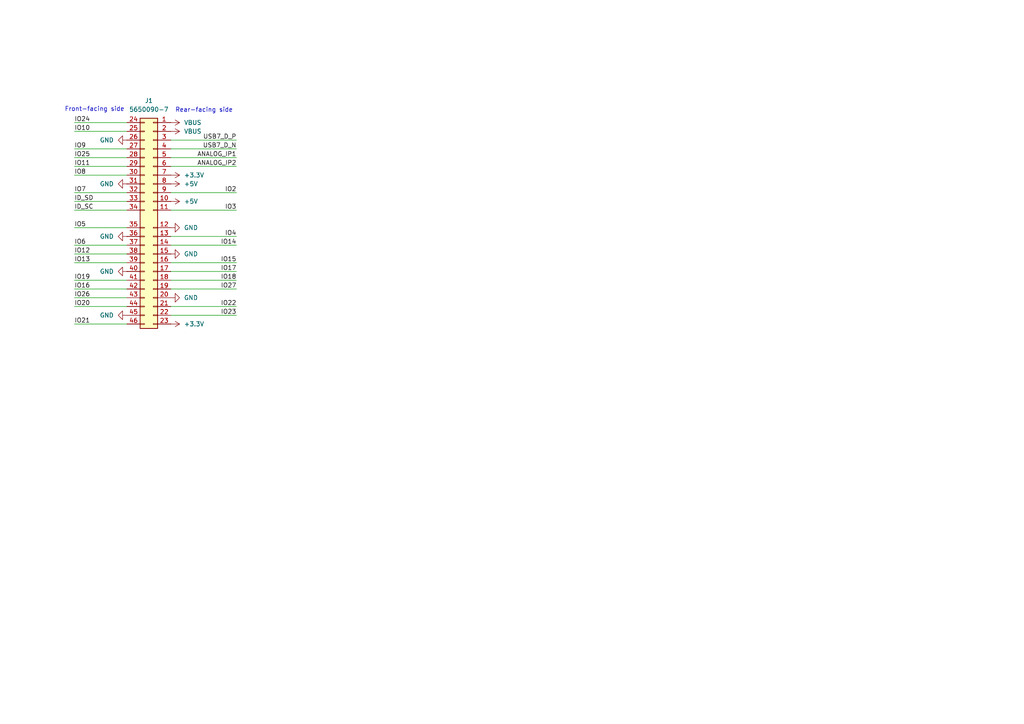
<source format=kicad_sch>
(kicad_sch (version 20231120) (generator "eeschema") (generator_version "8.0")
  (paper "A4")
  (title_block (title "Title goes here") (rev "1") (comment 8 "Author goes here"))
  (lib_symbols
    (symbol "Heber:Conn_02x23_5650090-7_MultiPi_Edge_Conn" (pin_names (offset 1.016) hide)
      (property "Reference" "J" (at 1.27 30.48 0))
      (property "Value" "5650090-7" (at 1.27 -33.02 0))
      (symbol "Conn_02x23_5650090-7_MultiPi_Edge_Conn_1_1"
        (rectangle (start -1.27 -30.353) (end 0 -30.607) (stroke (width 0.1524)))
        (rectangle (start -1.27 -27.813) (end 0 -28.067) (stroke (width 0.1524)))
        (rectangle (start -1.27 -25.273) (end 0 -25.527) (stroke (width 0.1524)))
        (rectangle (start -1.27 -22.733) (end 0 -22.987) (stroke (width 0.1524)))
        (rectangle (start -1.27 -20.193) (end 0 -20.447) (stroke (width 0.1524)))
        (rectangle (start -1.27 -17.653) (end 0 -17.907) (stroke (width 0.1524)))
        (rectangle (start -1.27 -15.113) (end 0 -15.367) (stroke (width 0.1524)))
        (rectangle (start -1.27 -12.573) (end 0 -12.827) (stroke (width 0.1524)))
        (rectangle (start -1.27 -10.033) (end 0 -10.287) (stroke (width 0.1524)))
        (rectangle (start -1.27 -7.493) (end 0 -7.747) (stroke (width 0.1524)))
        (rectangle (start -1.27 -4.953) (end 0 -5.207) (stroke (width 0.1524)))
        (rectangle (start -1.27 -2.413) (end 0 -2.667) (stroke (width 0.1524)))
        (rectangle (start -1.27 2.667) (end 0 2.413) (stroke (width 0.1524)))
        (rectangle (start -1.27 5.207) (end 0 4.953) (stroke (width 0.1524)))
        (rectangle (start -1.27 7.747) (end 0 7.493) (stroke (width 0.1524)))
        (rectangle (start -1.27 10.287) (end 0 10.033) (stroke (width 0.1524)))
        (rectangle (start -1.27 12.827) (end 0 12.573) (stroke (width 0.1524)))
        (rectangle (start -1.27 15.367) (end 0 15.113) (stroke (width 0.1524)))
        (rectangle (start -1.27 17.907) (end 0 17.653) (stroke (width 0.1524)))
        (rectangle (start -1.27 20.447) (end 0 20.193) (stroke (width 0.1524)))
        (rectangle (start -1.27 22.987) (end 0 22.733) (stroke (width 0.1524)))
        (rectangle (start -1.27 25.527) (end 0 25.273) (stroke (width 0.1524)))
        (rectangle (start -1.27 28.067) (end 0 27.813) (stroke (width 0.1524)))
        (rectangle (start -1.27 29.21) (end 3.81 -31.75) (stroke (width 0.254)) (fill (type background)))
        (rectangle (start 3.81 -30.353) (end 2.54 -30.607) (stroke (width 0.1524)))
        (rectangle (start 3.81 -27.813) (end 2.54 -28.067) (stroke (width 0.1524)))
        (rectangle (start 3.81 -25.273) (end 2.54 -25.527) (stroke (width 0.1524)))
        (rectangle (start 3.81 -22.733) (end 2.54 -22.987) (stroke (width 0.1524)))
        (rectangle (start 3.81 -20.193) (end 2.54 -20.447) (stroke (width 0.1524)))
        (rectangle (start 3.81 -17.653) (end 2.54 -17.907) (stroke (width 0.1524)))
        (rectangle (start 3.81 -15.113) (end 2.54 -15.367) (stroke (width 0.1524)))
        (rectangle (start 3.81 -12.573) (end 2.54 -12.827) (stroke (width 0.1524)))
        (rectangle (start 3.81 -10.033) (end 2.54 -10.287) (stroke (width 0.1524)))
        (rectangle (start 3.81 -7.493) (end 2.54 -7.747) (stroke (width 0.1524)))
        (rectangle (start 3.81 -4.953) (end 2.54 -5.207) (stroke (width 0.1524)))
        (rectangle (start 3.81 -2.413) (end 2.54 -2.667) (stroke (width 0.1524)))
        (rectangle (start 3.81 2.667) (end 2.54 2.413) (stroke (width 0.1524)))
        (rectangle (start 3.81 5.207) (end 2.54 4.953) (stroke (width 0.1524)))
        (rectangle (start 3.81 7.747) (end 2.54 7.493) (stroke (width 0.1524)))
        (rectangle (start 3.81 10.287) (end 2.54 10.033) (stroke (width 0.1524)))
        (rectangle (start 3.81 12.827) (end 2.54 12.573) (stroke (width 0.1524)))
        (rectangle (start 3.81 15.367) (end 2.54 15.113) (stroke (width 0.1524)))
        (rectangle (start 3.81 17.907) (end 2.54 17.653) (stroke (width 0.1524)))
        (rectangle (start 3.81 20.447) (end 2.54 20.193) (stroke (width 0.1524)))
        (rectangle (start 3.81 22.987) (end 2.54 22.733) (stroke (width 0.1524)))
        (rectangle (start 3.81 25.527) (end 2.54 25.273) (stroke (width 0.1524)))
        (rectangle (start 3.81 28.067) (end 2.54 27.813) (stroke (width 0.1524)))
        (pin passive line (at -5.08 27.94 0) (length 3.81) (name "Pin_1") (number "1"))
        (pin passive line (at -5.08 5.08 0) (length 3.81) (name "Pin_10") (number "10"))
        (pin passive line (at -5.08 2.54 0) (length 3.81) (name "Pin_11") (number "11"))
        (pin passive line (at -5.08 -2.54 0) (length 3.81) (name "Pin_12") (number "12"))
        (pin passive line (at -5.08 -5.08 0) (length 3.81) (name "Pin_13") (number "13"))
        (pin passive line (at -5.08 -7.62 0) (length 3.81) (name "Pin_14") (number "14"))
        (pin passive line (at -5.08 -10.16 0) (length 3.81) (name "Pin_15") (number "15"))
        (pin passive line (at -5.08 -12.7 0) (length 3.81) (name "Pin_16") (number "16"))
        (pin passive line (at -5.08 -15.24 0) (length 3.81) (name "Pin_17") (number "17"))
        (pin passive line (at -5.08 -17.78 0) (length 3.81) (name "Pin_18") (number "18"))
        (pin passive line (at -5.08 -20.32 0) (length 3.81) (name "Pin_19") (number "19"))
        (pin passive line (at -5.08 25.4 0) (length 3.81) (name "Pin_2") (number "2"))
        (pin passive line (at -5.08 -22.86 0) (length 3.81) (name "Pin_20") (number "20"))
        (pin passive line (at -5.08 -25.4 0) (length 3.81) (name "Pin_21") (number "21"))
        (pin passive line (at -5.08 -27.94 0) (length 3.81) (name "Pin_22") (number "22"))
        (pin passive line (at -5.08 -30.48 0) (length 3.81) (name "Pin_23") (number "23"))
        (pin passive line (at 7.62 27.94 180) (length 3.81) (name "Pin_24") (number "24"))
        (pin passive line (at 7.62 25.4 180) (length 3.81) (name "Pin_25") (number "25"))
        (pin passive line (at 7.62 22.86 180) (length 3.81) (name "Pin_26") (number "26"))
        (pin passive line (at 7.62 20.32 180) (length 3.81) (name "Pin_27") (number "27"))
        (pin passive line (at 7.62 17.78 180) (length 3.81) (name "Pin_28") (number "28"))
        (pin passive line (at 7.62 15.24 180) (length 3.81) (name "Pin_29") (number "29"))
        (pin passive line (at -5.08 22.86 0) (length 3.81) (name "Pin_3") (number "3"))
        (pin passive line (at 7.62 12.7 180) (length 3.81) (name "Pin_30") (number "30"))
        (pin passive line (at 7.62 10.16 180) (length 3.81) (name "Pin_31") (number "31"))
        (pin passive line (at 7.62 7.62 180) (length 3.81) (name "Pin_32") (number "32"))
        (pin passive line (at 7.62 5.08 180) (length 3.81) (name "Pin_33") (number "33"))
        (pin passive line (at 7.62 2.54 180) (length 3.81) (name "Pin_34") (number "34"))
        (pin passive line (at 7.62 -2.54 180) (length 3.81) (name "Pin_35") (number "35"))
        (pin passive line (at 7.62 -5.08 180) (length 3.81) (name "Pin_36") (number "36"))
        (pin passive line (at 7.62 -7.62 180) (length 3.81) (name "Pin_37") (number "37"))
        (pin passive line (at 7.62 -10.16 180) (length 3.81) (name "Pin_38") (number "38"))
        (pin passive line (at 7.62 -12.7 180) (length 3.81) (name "Pin_39") (number "39"))
        (pin passive line (at -5.08 20.32 0) (length 3.81) (name "Pin_4") (number "4"))
        (pin passive line (at 7.62 -15.24 180) (length 3.81) (name "Pin_40") (number "40"))
        (pin passive line (at 7.62 -17.78 180) (length 3.81) (name "Pin_41") (number "41"))
        (pin passive line (at 7.62 -20.32 180) (length 3.81) (name "Pin_42") (number "42"))
        (pin passive line (at 7.62 -22.86 180) (length 3.81) (name "Pin_43") (number "43"))
        (pin passive line (at 7.62 -25.4 180) (length 3.81) (name "Pin_44") (number "44"))
        (pin passive line (at 7.62 -27.94 180) (length 3.81) (name "Pin_45") (number "45"))
        (pin passive line (at 7.62 -30.48 180) (length 3.81) (name "Pin_46") (number "46"))
        (pin passive line (at -5.08 17.78 0) (length 3.81) (name "Pin_5") (number "5"))
        (pin passive line (at -5.08 15.24 0) (length 3.81) (name "Pin_6") (number "6"))
        (pin passive line (at -5.08 12.7 0) (length 3.81) (name "Pin_7") (number "7"))
        (pin passive line (at -5.08 10.16 0) (length 3.81) (name "Pin_8") (number "8"))
        (pin passive line (at -5.08 7.62 0) (length 3.81) (name "Pin_9") (number "9"))
      )
    )
    (symbol "power:+3.3V" (power) (pin_numbers hide) (pin_names (offset 0) hide)
      (property "Value" "+3.3V" (at 0 3.556 0))
      (symbol "+3.3V_0_1"
        (polyline (pts (xy -0.762 1.27) (xy 0 2.54)))
        (polyline (pts (xy 0 0) (xy 0 2.54)))
        (polyline (pts (xy 0 2.54) (xy 0.762 1.27)))
      )
      (symbol "+3.3V_1_1"
        (pin power_in line (at 0 0 90) (length 0) (name "~") (number "1"))
      )
    )
    (symbol "power:+5V" (power) (pin_numbers hide) (pin_names (offset 0) hide)
      (property "Value" "+5V" (at 0 3.556 0))
      (symbol "+5V_0_1"
        (polyline (pts (xy -0.762 1.27) (xy 0 2.54)))
        (polyline (pts (xy 0 0) (xy 0 2.54)))
        (polyline (pts (xy 0 2.54) (xy 0.762 1.27)))
      )
      (symbol "+5V_1_1"
        (pin power_in line (at 0 0 90) (length 0) (name "~") (number "1"))
      )
    )
    (symbol "power:GND" (power) (pin_numbers hide) (pin_names (offset 0) hide)
      (property "Value" "GND" (at 0 -3.81 0))
      (symbol "GND_0_1"
        (polyline (pts (xy 0 0) (xy 0 -1.27) (xy 1.27 -1.27) (xy 0 -2.54) (xy -1.27 -1.27) (xy 0 -1.27)))
      )
      (symbol "GND_1_1"
        (pin power_in line (at 0 0 270) (length 0) (name "~") (number "1"))
      )
    )
    (symbol "power:VBUS" (power) (pin_numbers hide) (pin_names (offset 0) hide)
      (property "Value" "VBUS" (at 0 3.556 0))
      (symbol "VBUS_0_1"
        (polyline (pts (xy -0.762 1.27) (xy 0 2.54)))
        (polyline (pts (xy 0 0) (xy 0 2.54)))
        (polyline (pts (xy 0 2.54) (xy 0.762 1.27)))
      )
      (symbol "VBUS_1_1"
        (pin power_in line (at 0 0 90) (length 0) (name "~") (number "1"))
      )
    )
  )
  (wire (pts (xy 68.58 55.88) (xy 49.53 55.88)))
  (wire (pts (xy 68.58 83.82) (xy 49.53 83.82)))
  (wire (pts (xy 21.59 58.42) (xy 36.83 58.42)))
  (wire (pts (xy 68.58 68.58) (xy 49.53 68.58)))
  (wire (pts (xy 21.59 55.88) (xy 36.83 55.88)))
  (wire (pts (xy 21.59 66.04) (xy 36.83 66.04)))
  (wire (pts (xy 68.58 43.18) (xy 49.53 43.18)))
  (wire (pts (xy 68.58 45.72) (xy 49.53 45.72)))
  (wire (pts (xy 21.59 35.56) (xy 36.83 35.56)))
  (wire (pts (xy 21.59 86.36) (xy 36.83 86.36)))
  (wire (pts (xy 21.59 88.9) (xy 36.83 88.9)))
  (wire (pts (xy 68.58 76.2) (xy 49.53 76.2)))
  (wire (pts (xy 68.58 78.74) (xy 49.53 78.74)))
  (wire (pts (xy 21.59 76.2) (xy 36.83 76.2)))
  (wire (pts (xy 21.59 43.18) (xy 36.83 43.18)))
  (wire (pts (xy 68.58 88.9) (xy 49.53 88.9)))
  (wire (pts (xy 68.58 60.96) (xy 49.53 60.96)))
  (wire (pts (xy 21.59 48.26) (xy 36.83 48.26)))
  (wire (pts (xy 21.59 38.1) (xy 36.83 38.1)))
  (wire (pts (xy 36.83 81.28) (xy 21.59 81.28)))
  (wire (pts (xy 68.58 71.12) (xy 49.53 71.12)))
  (wire (pts (xy 21.59 73.66) (xy 36.83 73.66)))
  (wire (pts (xy 68.58 40.64) (xy 49.53 40.64)))
  (wire (pts (xy 21.59 60.96) (xy 36.83 60.96)))
  (wire (pts (xy 21.59 45.72) (xy 36.83 45.72)))
  (wire (pts (xy 21.59 50.8) (xy 36.83 50.8)))
  (wire (pts (xy 21.59 93.98) (xy 36.83 93.98)))
  (wire (pts (xy 21.59 83.82) (xy 36.83 83.82)))
  (wire (pts (xy 21.59 71.12) (xy 36.83 71.12)))
  (wire (pts (xy 68.58 91.44) (xy 49.53 91.44)))
  (wire (pts (xy 68.58 81.28) (xy 49.53 81.28)))
  (wire (pts (xy 68.58 48.26) (xy 49.53 48.26)))
  (text "Front-facing side" (at 27.432 31.75 0) (effects (font (size 1.27 1.27))))
  (text "Rear-facing side" (at 59.182 32.004 0) (effects (font (size 1.27 1.27))))
  (label "IO23" (at 68.58 91.44 180))
  (label "IO9" (at 21.59 43.18 0))
  (label "IO6" (at 21.59 71.12 0))
  (label "IO17" (at 68.58 78.74 180))
  (label "USB7_D_N" (at 68.58 43.18 180))
  (label "IO8" (at 21.59 50.8 0))
  (label "IO27" (at 68.58 83.82 180))
  (label "ANALOG_IP1" (at 68.58 45.72 180))
  (label "ANALOG_IP2" (at 68.58 48.26 180))
  (label "IO5" (at 21.59 66.04 0))
  (label "IO26" (at 21.59 86.36 0))
  (label "IO22" (at 68.58 88.9 180))
  (label "IO4" (at 68.58 68.58 180))
  (label "IO7" (at 21.59 55.88 0))
  (label "IO20" (at 21.59 88.9 0))
  (label "ID_SD" (at 21.59 58.42 0))
  (label "IO13" (at 21.59 76.2 0))
  (label "IO15" (at 68.58 76.2 180))
  (label "IO19" (at 21.59 81.28 0))
  (label "IO12" (at 21.59 73.66 0))
  (label "IO24" (at 21.59 35.56 0))
  (label "IO2" (at 68.58 55.88 180))
  (label "IO18" (at 68.58 81.28 180))
  (label "IO16" (at 21.59 83.82 0))
  (label "ID_SC" (at 21.59 60.96 0))
  (label "IO21" (at 21.59 93.98 0))
  (label "IO3" (at 68.58 60.96 180))
  (label "IO10" (at 21.59 38.1 0))
  (label "IO14" (at 68.58 71.12 180))
  (label "USB7_D_P" (at 68.58 40.64 180))
  (label "IO25" (at 21.59 45.72 0))
  (label "IO11" (at 21.59 48.26 0))
  (symbol (lib_id "power:GND") (at 36.83 68.58 270) (unit 1)
    (property "Reference" "#PWR09" (effects (hide yes)))
    (property "Value" "GND" (at 33.02 68.5799 90) (effects (justify right)))
    (property "Description" "Power symbol creates a global label with name \"GND\" , ground" (effects (hide yes)))
  )
  (symbol (lib_id "power:+5V") (at 49.53 53.34 270) (unit 1)
    (property "Reference" "#PWR07" (effects (hide yes)))
    (property "Value" "+5V" (at 53.34 53.3399 90) (effects (justify left)))
    (property "Description" "Power symbol creates a global label with name \"+5V\"" (effects (hide yes)))
  )
  (symbol (lib_id "power:GND") (at 36.83 40.64 270) (unit 1)
    (property "Reference" "#PWR050" (effects (hide yes)))
    (property "Value" "GND" (at 33.02 40.6399 90) (effects (justify right)))
    (property "Description" "Power symbol creates a global label with name \"GND\" , ground" (effects (hide yes)))
  )
  (symbol (lib_id "power:VBUS") (at 49.53 38.1 270) (mirror x) (unit 1)
    (property "Reference" "#PWR05" (effects (hide yes)))
    (property "Value" "VBUS" (at 53.34 38.0999 90) (effects (justify left)))
    (property "Description" "Power symbol creates a global label with name \"VBUS\"" (effects (hide yes)))
  )
  (symbol (lib_id "power:GND") (at 36.83 91.44 270) (unit 1)
    (property "Reference" "#PWR011" (effects (hide yes)))
    (property "Value" "GND" (at 33.02 91.4399 90) (effects (justify right)))
    (property "Description" "Power symbol creates a global label with name \"GND\" , ground" (effects (hide yes)))
  )
  (symbol (lib_id "power:+3.3V") (at 49.53 50.8 270) (mirror x) (unit 1)
    (property "Reference" "#PWR06" (effects (hide yes)))
    (property "Value" "+3.3V" (at 53.34 50.7999 90) (effects (justify left)))
    (property "Description" "Power symbol creates a global label with name \"+3.3V\"" (effects (hide yes)))
  )
  (symbol (lib_id "power:VBUS") (at 49.53 35.56 270) (mirror x) (unit 1)
    (property "Reference" "#PWR04" (effects (hide yes)))
    (property "Value" "VBUS" (at 53.34 35.5599 90) (effects (justify left)))
    (property "Description" "Power symbol creates a global label with name \"VBUS\"" (effects (hide yes)))
  )
  (symbol (lib_id "power:GND") (at 36.83 53.34 270) (unit 1)
    (property "Reference" "#PWR08" (effects (hide yes)))
    (property "Value" "GND" (at 33.02 53.3399 90) (effects (justify right)))
    (property "Description" "Power symbol creates a global label with name \"GND\" , ground" (effects (hide yes)))
  )
  (symbol (lib_id "power:GND") (at 49.53 73.66 90) (mirror x) (unit 1)
    (property "Reference" "#PWR051" (effects (hide yes)))
    (property "Value" "GND" (at 53.34 73.6599 90) (effects (justify right)))
    (property "Description" "Power symbol creates a global label with name \"GND\" , ground" (effects (hide yes)))
  )
  (symbol (lib_id "power:GND") (at 49.53 86.36 90) (mirror x) (unit 1)
    (property "Reference" "#PWR052" (effects (hide yes)))
    (property "Value" "GND" (at 53.34 86.3599 90) (effects (justify right)))
    (property "Description" "Power symbol creates a global label with name \"GND\" , ground" (effects (hide yes)))
  )
  (symbol (lib_id "power:GND") (at 49.53 66.04 90) (mirror x) (unit 1)
    (property "Reference" "#PWR049" (effects (hide yes)))
    (property "Value" "GND" (at 53.34 66.0399 90) (effects (justify right)))
    (property "Description" "Power symbol creates a global label with name \"GND\" , ground" (effects (hide yes)))
  )
  (symbol (lib_id "power:+3.3V") (at 49.53 93.98 270) (mirror x) (unit 1)
    (property "Reference" "#PWR01" (effects (hide yes)))
    (property "Value" "+3.3V" (at 53.34 93.9799 90) (effects (justify left)))
    (property "Description" "Power symbol creates a global label with name \"+3.3V\"" (effects (hide yes)))
  )
  (symbol (lib_id "power:+5V") (at 49.53 58.42 270) (unit 1)
    (property "Reference" "#PWR03" (effects (hide yes)))
    (property "Value" "+5V" (at 53.34 58.4199 90) (effects (justify left)))
    (property "Description" "Power symbol creates a global label with name \"+5V\"" (effects (hide yes)))
  )
  (symbol (lib_id "Heber:Conn_02x23_5650090-7_MultiPi_Edge_Conn") (at 44.45 63.5 0) (mirror y) (unit 1) (in_bom no)
    (property "Reference" "J1" (at 43.18 29.21 0))
    (property "Value" "5650090-7" (at 43.18 31.75 0))
    (property "Footprint" "Heber_Connectors:PCI_EDGE_AMC_RISER_MULTISYSTEM" (effects (hide yes)))
    (property "Description" "46-way board edge connector for MultiPi expansion cards, mates with 5650090-7" (effects (hide yes)))
  )
  (symbol (lib_id "power:GND") (at 36.83 78.74 270) (unit 1)
    (property "Reference" "#PWR010" (effects (hide yes)))
    (property "Value" "GND" (at 33.02 78.7399 90) (effects (justify right)))
    (property "Description" "Power symbol creates a global label with name \"GND\" , ground" (effects (hide yes)))
  )
)
</source>
